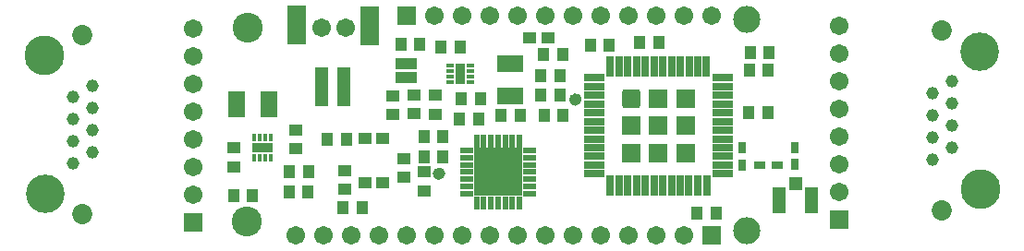
<source format=gts>
G04 Layer_Color=8388736*
%FSAX25Y25*%
%MOIN*%
G70*
G01*
G75*
%ADD62C,0.02400*%
%ADD63C,0.01587*%
%ADD64R,0.03950X0.04737*%
%ADD65R,0.04737X0.03950*%
%ADD66R,0.06706X0.14186*%
%ADD67R,0.04737X0.14186*%
%ADD68R,0.01784X0.02768*%
%ADD69R,0.07296X0.03517*%
%ADD70R,0.04737X0.04343*%
%ADD71R,0.05918X0.09461*%
%ADD72R,0.04934X0.09461*%
%ADD73R,0.04737X0.04737*%
%ADD74R,0.03162X0.03950*%
%ADD75R,0.03950X0.03162*%
%ADD76R,0.09461X0.05918*%
%ADD77R,0.03517X0.07296*%
%ADD78R,0.02768X0.01784*%
%ADD79R,0.02257X0.04737*%
%ADD80R,0.04737X0.02257*%
%ADD81R,0.17532X0.17532*%
%ADD82R,0.03851X0.04245*%
%ADD83R,0.07493X0.02768*%
%ADD84R,0.02768X0.07493*%
G04:AMPARAMS|DCode=85|XSize=67.06mil|YSize=67.06mil|CornerRadius=9.9mil|HoleSize=0mil|Usage=FLASHONLY|Rotation=0.000|XOffset=0mil|YOffset=0mil|HoleType=Round|Shape=RoundedRectangle|*
%AMROUNDEDRECTD85*
21,1,0.06706,0.04724,0,0,0.0*
21,1,0.04724,0.06706,0,0,0.0*
1,1,0.01981,0.02362,-0.02362*
1,1,0.01981,-0.02362,-0.02362*
1,1,0.01981,-0.02362,0.02362*
1,1,0.01981,0.02362,0.02362*
%
%ADD85ROUNDEDRECTD85*%
%ADD86R,0.06706X0.06706*%
%ADD87R,0.04737X0.03950*%
%ADD88C,0.06706*%
%ADD89C,0.10800*%
%ADD90C,0.09800*%
%ADD91C,0.07296*%
%ADD92C,0.13910*%
%ADD93C,0.14304*%
%ADD94C,0.04619*%
%ADD95R,0.06706X0.06706*%
D62*
X0387684Y0398925D02*
G03*
X0387684Y0398925I-0001100J0000000D01*
G01*
X0436897Y0425697D02*
G03*
X0436897Y0425697I-0001100J0000000D01*
G01*
D63*
X0385365Y0398925D02*
D03*
X0387825D02*
D03*
X0437037Y0425697D02*
D03*
X0434577D02*
D03*
D64*
X0441147Y0445433D02*
D03*
X0448022D02*
D03*
X0319404Y0391063D02*
D03*
X0312529D02*
D03*
X0465782Y0446457D02*
D03*
X0458907D02*
D03*
X0486491Y0384488D02*
D03*
X0479616D02*
D03*
X0358774Y0386653D02*
D03*
X0351899D02*
D03*
X0339325Y0392323D02*
D03*
X0332450D02*
D03*
X0332564Y0399764D02*
D03*
X0339439D02*
D03*
X0408982Y0420079D02*
D03*
X0415857D02*
D03*
X0346423Y0411221D02*
D03*
X0353298D02*
D03*
X0498470Y0436299D02*
D03*
X0505345D02*
D03*
X0498824Y0442638D02*
D03*
X0505699D02*
D03*
X0400900Y0418622D02*
D03*
X0394025D02*
D03*
X0424297Y0441850D02*
D03*
X0431172D02*
D03*
X0505210Y0420827D02*
D03*
X0498335D02*
D03*
X0424515Y0420079D02*
D03*
X0431390D02*
D03*
X0430210Y0434252D02*
D03*
X0423335D02*
D03*
X0430210Y0427165D02*
D03*
X0423335D02*
D03*
X0381208Y0405118D02*
D03*
X0388083D02*
D03*
X0381168Y0412362D02*
D03*
X0388043D02*
D03*
X0372822Y0445709D02*
D03*
X0379697D02*
D03*
X0394146Y0444528D02*
D03*
X0387271D02*
D03*
X0401429Y0425866D02*
D03*
X0394554D02*
D03*
D65*
X0385157Y0427357D02*
D03*
Y0420482D02*
D03*
X0377716Y0420517D02*
D03*
Y0427392D02*
D03*
X0369961Y0420263D02*
D03*
Y0427138D02*
D03*
X0373976Y0397546D02*
D03*
Y0404421D02*
D03*
X0352598Y0393215D02*
D03*
Y0400091D02*
D03*
X0381102Y0392625D02*
D03*
Y0399500D02*
D03*
X0334764Y0414777D02*
D03*
Y0407902D02*
D03*
X0312598Y0401326D02*
D03*
Y0408201D02*
D03*
D66*
X0361456Y0452480D02*
D03*
X0335193Y0452525D02*
D03*
D67*
X0344301Y0430429D02*
D03*
X0352214Y0430438D02*
D03*
D68*
X0320039Y0404567D02*
D03*
X0322008D02*
D03*
X0323976D02*
D03*
X0325945D02*
D03*
X0320039Y0412047D02*
D03*
X0322008D02*
D03*
X0323976D02*
D03*
X0325945D02*
D03*
D69*
X0322992Y0408307D02*
D03*
D70*
X0359961Y0395622D02*
D03*
Y0411764D02*
D03*
X0366260D02*
D03*
Y0395622D02*
D03*
D71*
X0313740Y0423858D02*
D03*
X0325394D02*
D03*
D72*
X0521004Y0389421D02*
D03*
X0509390D02*
D03*
D73*
X0515197Y0395327D02*
D03*
D74*
X0514921Y0402165D02*
D03*
Y0408425D02*
D03*
X0496063Y0401929D02*
D03*
Y0408189D02*
D03*
D75*
X0508583Y0401850D02*
D03*
X0502323D02*
D03*
D76*
X0412205Y0426929D02*
D03*
Y0438583D02*
D03*
D77*
X0394291Y0434882D02*
D03*
D78*
X0398031Y0431929D02*
D03*
Y0433898D02*
D03*
Y0435866D02*
D03*
Y0437835D02*
D03*
X0390551Y0431929D02*
D03*
Y0433898D02*
D03*
Y0435866D02*
D03*
Y0437835D02*
D03*
D79*
X0415551Y0410709D02*
D03*
X0412992D02*
D03*
X0410433D02*
D03*
X0407874D02*
D03*
X0405315D02*
D03*
X0402756D02*
D03*
X0400197D02*
D03*
Y0388268D02*
D03*
X0402756D02*
D03*
X0405315D02*
D03*
X0407874D02*
D03*
X0410433D02*
D03*
X0412992D02*
D03*
X0415551D02*
D03*
D80*
X0396654Y0407165D02*
D03*
Y0404606D02*
D03*
Y0402047D02*
D03*
Y0399488D02*
D03*
Y0396929D02*
D03*
Y0394370D02*
D03*
Y0391811D02*
D03*
X0419095D02*
D03*
Y0394370D02*
D03*
Y0396929D02*
D03*
Y0399488D02*
D03*
Y0402047D02*
D03*
Y0404606D02*
D03*
Y0407165D02*
D03*
D81*
X0407874Y0399488D02*
D03*
D82*
X0376713Y0438779D02*
D03*
Y0433760D02*
D03*
X0372874Y0438779D02*
D03*
Y0433760D02*
D03*
D83*
X0442480Y0433543D02*
D03*
Y0430394D02*
D03*
Y0427205D02*
D03*
Y0424055D02*
D03*
Y0420905D02*
D03*
Y0417756D02*
D03*
Y0414646D02*
D03*
Y0411457D02*
D03*
Y0408307D02*
D03*
Y0405197D02*
D03*
Y0402008D02*
D03*
Y0398898D02*
D03*
X0488945Y0398878D02*
D03*
Y0402032D02*
D03*
X0488945Y0405189D02*
D03*
X0488945Y0408327D02*
D03*
X0488945Y0411476D02*
D03*
X0488945Y0414626D02*
D03*
X0488937Y0417756D02*
D03*
Y0420945D02*
D03*
Y0424094D02*
D03*
Y0427205D02*
D03*
Y0430394D02*
D03*
Y0433543D02*
D03*
D84*
X0448386Y0394744D02*
D03*
X0451543D02*
D03*
X0454693D02*
D03*
X0457842Y0394744D02*
D03*
X0460992Y0394744D02*
D03*
X0464142Y0394744D02*
D03*
X0467291D02*
D03*
X0470441Y0394748D02*
D03*
X0473591Y0394748D02*
D03*
X0476740Y0394744D02*
D03*
X0479917D02*
D03*
X0483228Y0394744D02*
D03*
X0483071Y0437677D02*
D03*
X0479882D02*
D03*
X0476772D02*
D03*
X0473622D02*
D03*
X0470472D02*
D03*
X0467323D02*
D03*
X0464173D02*
D03*
X0461024D02*
D03*
X0457874D02*
D03*
X0454724D02*
D03*
X0451575D02*
D03*
X0448386D02*
D03*
D85*
X0455874Y0426043D02*
D03*
D86*
X0465717Y0426043D02*
D03*
X0475559Y0426043D02*
D03*
X0455874Y0416201D02*
D03*
X0465717D02*
D03*
X0475559D02*
D03*
X0455776Y0406358D02*
D03*
X0465717D02*
D03*
X0475559D02*
D03*
X0485000Y0376500D02*
D03*
X0375000Y0456102D02*
D03*
D87*
X0425906Y0448032D02*
D03*
X0419213D02*
D03*
D88*
X0344331Y0451693D02*
D03*
X0352992D02*
D03*
X0530905Y0452205D02*
D03*
Y0442205D02*
D03*
Y0432205D02*
D03*
Y0422205D02*
D03*
Y0412205D02*
D03*
Y0402205D02*
D03*
Y0392205D02*
D03*
X0297795Y0451181D02*
D03*
Y0441181D02*
D03*
Y0431181D02*
D03*
Y0421181D02*
D03*
Y0411181D02*
D03*
Y0401181D02*
D03*
Y0391181D02*
D03*
X0335000Y0376500D02*
D03*
X0345000D02*
D03*
X0355000D02*
D03*
X0365000D02*
D03*
X0375000D02*
D03*
X0385000D02*
D03*
X0395000D02*
D03*
X0405000D02*
D03*
X0415000D02*
D03*
X0425000D02*
D03*
X0435000D02*
D03*
X0445000D02*
D03*
X0455000D02*
D03*
X0465000D02*
D03*
X0475000D02*
D03*
X0385000Y0456102D02*
D03*
X0395000D02*
D03*
X0405000D02*
D03*
X0415000D02*
D03*
X0425000D02*
D03*
X0435000D02*
D03*
X0445000D02*
D03*
X0455000D02*
D03*
X0465000D02*
D03*
X0475000D02*
D03*
X0485000D02*
D03*
D89*
X0317717Y0451575D02*
D03*
X0317323Y0381496D02*
D03*
D90*
X0497480Y0378346D02*
D03*
Y0454606D02*
D03*
D91*
X0568071Y0450512D02*
D03*
Y0385709D02*
D03*
X0257992Y0384291D02*
D03*
Y0449094D02*
D03*
D92*
X0581535Y0443032D02*
D03*
X0244528Y0391772D02*
D03*
D93*
X0581850Y0393189D02*
D03*
X0244213Y0441614D02*
D03*
D94*
X0564567Y0427992D02*
D03*
X0564528Y0420000D02*
D03*
Y0412008D02*
D03*
Y0404016D02*
D03*
X0571575Y0432205D02*
D03*
Y0424213D02*
D03*
Y0416221D02*
D03*
Y0408228D02*
D03*
X0261496Y0406811D02*
D03*
X0261535Y0414803D02*
D03*
Y0422795D02*
D03*
Y0430787D02*
D03*
X0254488Y0402598D02*
D03*
Y0410591D02*
D03*
Y0418583D02*
D03*
Y0426575D02*
D03*
D95*
X0530905Y0382205D02*
D03*
X0297795Y0381181D02*
D03*
M02*

</source>
